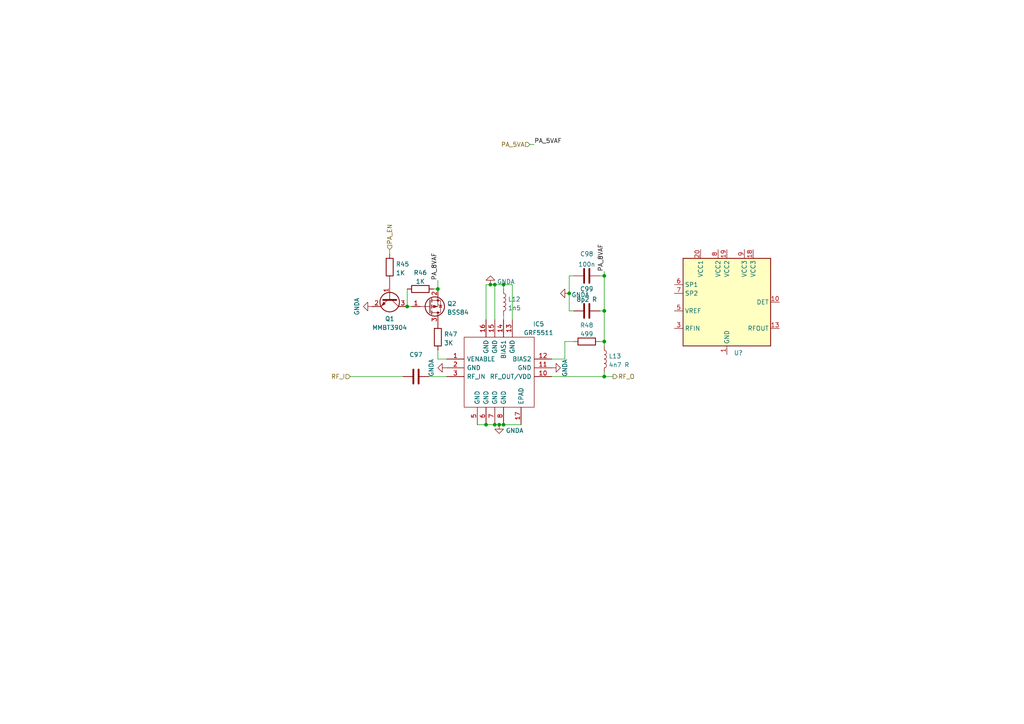
<source format=kicad_sch>
(kicad_sch (version 20211123) (generator eeschema)
  (paper "A4")
  (lib_symbols
    (symbol "Device:C" (pin_numbers hide) (pin_names (offset 0.254))
      (property "Reference" "C" (at 0.635 2.54 0))
      (property "Value" "C" (at 0.635 -2.54 0))
      (symbol "C_0_1"
        (polyline (pts (xy -2.032 -0.762) (xy 2.032 -0.762)) (stroke (width 0.508)))
        (polyline (pts (xy -2.032 0.762) (xy 2.032 0.762)) (stroke (width 0.508)))
      )
      (symbol "C_1_1"
        (pin passive line (at 0 3.81 270) (length 2.794) (name "~") (number "1"))
        (pin passive line (at 0 -3.81 90) (length 2.794) (name "~") (number "2"))
      )
    )
    (symbol "Device:L" (pin_numbers hide) (pin_names (offset 1.016) hide)
      (property "Reference" "L" (at -1.27 0 90))
      (property "Value" "L" (at 1.905 0 90))
      (symbol "L_0_1"
        (arc (start 0 -2.54) (mid 0.635 -1.905) (end 0 -1.27))
        (arc (start 0 -1.27) (mid 0.635 -0.635) (end 0 0))
        (arc (start 0 0) (mid 0.635 0.635) (end 0 1.27))
        (arc (start 0 1.27) (mid 0.635 1.905) (end 0 2.54))
      )
      (symbol "L_1_1"
        (pin passive line (at 0 3.81 270) (length 1.27) (name "1") (number "1"))
        (pin passive line (at 0 -3.81 90) (length 1.27) (name "2") (number "2"))
      )
    )
    (symbol "Device:R" (pin_numbers hide) (pin_names (offset 0))
      (property "Reference" "R" (at 2.032 0 90))
      (property "Value" "R" (at 0 0 90))
      (symbol "R_0_1"
        (rectangle (start -1.016 -2.54) (end 1.016 2.54) (stroke (width 0.254)))
      )
      (symbol "R_1_1"
        (pin passive line (at 0 3.81 270) (length 1.27) (name "~") (number "1"))
        (pin passive line (at 0 -3.81 90) (length 1.27) (name "~") (number "2"))
      )
    )
    (symbol "GRF5511:GRF5511" (pin_names (offset 0.762))
      (property "Reference" "IC" (at 41.91 17.78 0))
      (property "Value" "GRF5511" (at 41.91 15.24 0))
      (symbol "GRF5511_0_0"
        (pin passive line (at 0 0 0) (length 5.08) (name "VENABLE") (number "1"))
        (pin bidirectional line (at 30.48 -5.08 180) (length 5.08) (name "RF_OUT/VDD") (number "10"))
        (pin power_in line (at 30.48 -2.54 180) (length 5.08) (name "GND") (number "11"))
        (pin passive line (at 30.48 0 180) (length 5.08) (name "BIAS2") (number "12"))
        (pin power_in line (at 19.05 11.43 270) (length 5.08) (name "GND") (number "13"))
        (pin passive line (at 16.51 11.43 270) (length 5.08) (name "BIAS1") (number "14"))
        (pin power_in line (at 13.97 11.43 270) (length 5.08) (name "GND") (number "15"))
        (pin power_in line (at 11.43 11.43 270) (length 5.08) (name "GND") (number "16"))
        (pin power_in line (at 21.59 -19.05 90) (length 5.08) (name "EPAD") (number "17"))
        (pin power_in line (at 0 -2.54 0) (length 5.08) (name "GND") (number "2"))
        (pin input line (at 0 -5.08 0) (length 5.08) (name "RF_IN") (number "3"))
        (pin passive line (at 0 -5.08 0) (length 5.08) hide (name "RF_IN") (number "4"))
        (pin power_in line (at 8.89 -19.05 90) (length 5.08) (name "GND") (number "5"))
        (pin power_in line (at 11.43 -19.05 90) (length 5.08) (name "GND") (number "6"))
        (pin power_in line (at 13.97 -19.05 90) (length 5.08) (name "GND") (number "7"))
        (pin power_in line (at 16.51 -19.05 90) (length 5.08) (name "GND") (number "8"))
        (pin passive line (at 30.48 -5.08 180) (length 5.08) hide (name "RF_OUT/VDD") (number "9"))
      )
      (symbol "GRF5511_0_1"
        (polyline (pts (xy 5.08 6.35) (xy 25.4 6.35) (xy 25.4 -13.97) (xy 5.08 -13.97) (xy 5.08 6.35)) (stroke (width 0.1524)))
      )
    )
    (symbol "RF:SE5004L"
      (property "Reference" "U" (at -11.43 13.97 0))
      (property "Value" "SE5004L" (at 12.7 13.97 0))
      (symbol "SE5004L_0_1"
        (rectangle (start -12.7 12.7) (end 12.7 -12.7) (stroke (width 0.254)) (fill (type background)))
      )
      (symbol "SE5004L_1_1"
        (pin power_in line (at 0 -15.24 90) (length 2.54) (name "GND") (number "1"))
        (pin output line (at 15.24 0 180) (length 2.54) (name "DET") (number "10"))
        (pin passive line (at 0 -15.24 90) (length 2.54) hide (name "GND") (number "11"))
        (pin passive line (at 0 -15.24 90) (length 2.54) hide (name "GND") (number "12"))
        (pin output line (at 15.24 -7.62 180) (length 2.54) (name "RFOUT") (number "13"))
        (pin passive line (at 0 -15.24 90) (length 2.54) hide (name "GND") (number "14"))
        (pin passive line (at 0 -15.24 90) (length 2.54) hide (name "GND") (number "15"))
        (pin passive line (at 0 -15.24 90) (length 2.54) hide (name "GND") (number "16"))
        (pin passive line (at 0 -15.24 90) (length 2.54) hide (name "GND") (number "17"))
        (pin power_in line (at 7.62 15.24 270) (length 2.54) (name "VCC3") (number "18"))
        (pin power_in line (at 0 15.24 270) (length 2.54) (name "VCC2") (number "19"))
        (pin passive line (at 0 -15.24 90) (length 2.54) hide (name "GND") (number "2"))
        (pin power_in line (at -7.62 15.24 270) (length 2.54) (name "VCC1") (number "20"))
        (pin passive line (at 0 -15.24 90) (length 2.54) hide (name "GND") (number "21"))
        (pin input line (at -15.24 -7.62 0) (length 2.54) (name "RFIN") (number "3"))
        (pin passive line (at 0 -15.24 90) (length 2.54) hide (name "GND") (number "4"))
        (pin input line (at -15.24 -2.54 0) (length 2.54) (name "VREF") (number "5"))
        (pin passive line (at -15.24 5.08 0) (length 2.54) (name "SP1") (number "6"))
        (pin passive line (at -15.24 2.54 0) (length 2.54) (name "SP2") (number "7"))
        (pin power_in line (at -2.54 15.24 270) (length 2.54) (name "VCC2") (number "8"))
        (pin power_in line (at 5.08 15.24 270) (length 2.54) (name "VCC3") (number "9"))
      )
    )
    (symbol "Transistor_BJT:MMBT3904" (pin_names (offset 0) hide)
      (property "Reference" "Q" (at 5.08 1.905 0))
      (property "Value" "MMBT3904" (at 5.08 0 0))
      (symbol "MMBT3904_0_1"
        (polyline (pts (xy 0.635 0.635) (xy 2.54 2.54)))
        (polyline (pts (xy 0.635 -0.635) (xy 2.54 -2.54) (xy 2.54 -2.54)))
        (polyline (pts (xy 0.635 1.905) (xy 0.635 -1.905) (xy 0.635 -1.905)) (stroke (width 0.508)))
        (polyline (pts (xy 1.27 -1.778) (xy 1.778 -1.27) (xy 2.286 -2.286) (xy 1.27 -1.778) (xy 1.27 -1.778)) (fill (type outline)))
        (circle (center 1.27 0) (radius 2.8194) (stroke (width 0.254)))
      )
      (symbol "MMBT3904_1_1"
        (pin input line (at -5.08 0 0) (length 5.715) (name "B") (number "1"))
        (pin passive line (at 2.54 -5.08 90) (length 2.54) (name "E") (number "2"))
        (pin passive line (at 2.54 5.08 270) (length 2.54) (name "C") (number "3"))
      )
    )
    (symbol "Transistor_FET:BSS84" (pin_names hide)
      (property "Reference" "Q" (at 5.08 1.905 0))
      (property "Value" "BSS84" (at 5.08 0 0))
      (symbol "BSS84_0_1"
        (polyline (pts (xy 0.254 0) (xy -2.54 0)))
        (polyline (pts (xy 0.254 1.905) (xy 0.254 -1.905)) (stroke (width 0.254)))
        (polyline (pts (xy 0.762 -1.27) (xy 0.762 -2.286)) (stroke (width 0.254)))
        (polyline (pts (xy 0.762 0.508) (xy 0.762 -0.508)) (stroke (width 0.254)))
        (polyline (pts (xy 0.762 2.286) (xy 0.762 1.27)) (stroke (width 0.254)))
        (polyline (pts (xy 2.54 2.54) (xy 2.54 1.778)))
        (polyline (pts (xy 2.54 -2.54) (xy 2.54 0) (xy 0.762 0)))
        (polyline (pts (xy 0.762 1.778) (xy 3.302 1.778) (xy 3.302 -1.778) (xy 0.762 -1.778)))
        (polyline (pts (xy 2.286 0) (xy 1.27 0.381) (xy 1.27 -0.381) (xy 2.286 0)) (fill (type outline)))
        (polyline (pts (xy 2.794 -0.508) (xy 2.921 -0.381) (xy 3.683 -0.381) (xy 3.81 -0.254)))
        (polyline (pts (xy 3.302 -0.381) (xy 2.921 0.254) (xy 3.683 0.254) (xy 3.302 -0.381)))
        (circle (center 1.651 0) (radius 2.794) (stroke (width 0.254)))
        (circle (center 2.54 -1.778) (radius 0.254) (fill (type outline)))
        (circle (center 2.54 1.778) (radius 0.254) (fill (type outline)))
      )
      (symbol "BSS84_1_1"
        (pin input line (at -5.08 0 0) (length 2.54) (name "G") (number "1"))
        (pin passive line (at 2.54 -5.08 90) (length 2.54) (name "S") (number "2"))
        (pin passive line (at 2.54 5.08 270) (length 2.54) (name "D") (number "3"))
      )
    )
    (symbol "power:GNDA" (power) (pin_names (offset 0))
      (property "Value" "GNDA" (at 0 -3.81 0))
      (symbol "GNDA_0_1"
        (polyline (pts (xy 0 0) (xy 0 -1.27) (xy 1.27 -1.27) (xy 0 -2.54) (xy -1.27 -1.27) (xy 0 -1.27)))
      )
      (symbol "GNDA_1_1"
        (pin power_in line (at 0 0 270) (length 0) hide (name "GNDA") (number "1"))
      )
    )
  )
  (junction (at 175.26 90.17))
  (junction (at 140.97 123.19))
  (junction (at 175.26 80.01))
  (junction (at 165.1 85.09))
  (junction (at 175.26 109.22))
  (junction (at 175.26 99.06))
  (junction (at 143.51 82.55))
  (junction (at 146.05 82.55))
  (junction (at 118.11 88.9))
  (junction (at 144.78 123.19))
  (junction (at 146.05 123.19))
  (junction (at 142.24 82.55))
  (junction (at 127 83.82))
  (junction (at 143.51 123.19))
  (wire (pts (xy 138.43 123.19) (xy 140.97 123.19)))
  (wire (pts (xy 166.37 80.01) (xy 165.1 80.01)))
  (wire (pts (xy 165.1 90.17) (xy 166.37 90.17)))
  (wire (pts (xy 146.05 91.44) (xy 146.05 92.71)))
  (wire (pts (xy 101.6 109.22) (xy 116.84 109.22)))
  (wire (pts (xy 143.51 123.19) (xy 144.78 123.19)))
  (wire (pts (xy 146.05 83.82) (xy 146.05 82.55)))
  (wire (pts (xy 165.1 80.01) (xy 165.1 85.09)))
  (wire (pts (xy 148.59 82.55) (xy 146.05 82.55)))
  (wire (pts (xy 143.51 82.55) (xy 143.51 92.71)))
  (wire (pts (xy 163.83 99.06) (xy 166.37 99.06)))
  (wire (pts (xy 173.99 99.06) (xy 175.26 99.06)))
  (wire (pts (xy 140.97 123.19) (xy 143.51 123.19)))
  (wire (pts (xy 125.73 83.82) (xy 127 83.82)))
  (wire (pts (xy 163.83 104.14) (xy 163.83 99.06)))
  (wire (pts (xy 175.26 99.06) (xy 175.26 100.33)))
  (wire (pts (xy 140.97 92.71) (xy 140.97 82.55)))
  (wire (pts (xy 175.26 80.01) (xy 175.26 90.17)))
  (wire (pts (xy 127 81.28) (xy 127 83.82)))
  (wire (pts (xy 140.97 82.55) (xy 142.24 82.55)))
  (wire (pts (xy 175.26 90.17) (xy 175.26 99.06)))
  (wire (pts (xy 146.05 82.55) (xy 143.51 82.55)))
  (wire (pts (xy 175.26 109.22) (xy 177.8 109.22)))
  (wire (pts (xy 118.11 88.9) (xy 119.38 88.9)))
  (wire (pts (xy 160.02 104.14) (xy 163.83 104.14)))
  (wire (pts (xy 165.1 85.09) (xy 165.1 90.17)))
  (wire (pts (xy 118.11 83.82) (xy 118.11 88.9)))
  (wire (pts (xy 113.03 72.39) (xy 113.03 73.66)))
  (wire (pts (xy 173.99 90.17) (xy 175.26 90.17)))
  (wire (pts (xy 127 101.6) (xy 127 104.14)))
  (wire (pts (xy 144.78 123.19) (xy 146.05 123.19)))
  (wire (pts (xy 146.05 123.19) (xy 151.13 123.19)))
  (wire (pts (xy 153.67 41.91) (xy 154.94 41.91)))
  (wire (pts (xy 175.26 109.22) (xy 175.26 107.95)))
  (wire (pts (xy 129.54 109.22) (xy 124.46 109.22)))
  (wire (pts (xy 160.02 109.22) (xy 175.26 109.22)))
  (wire (pts (xy 173.99 80.01) (xy 175.26 80.01)))
  (wire (pts (xy 142.24 82.55) (xy 143.51 82.55)))
  (wire (pts (xy 148.59 92.71) (xy 148.59 82.55)))
  (wire (pts (xy 175.26 78.74) (xy 175.26 80.01)))
  (wire (pts (xy 127 104.14) (xy 129.54 104.14)))
  (label "PA_8VAF" (at 175.26 78.74 90))
  (label "PA_5VAF" (at 154.94 41.91 0))
  (label "PA_8VAF" (at 127 81.28 90))
  (hierarchical_label "RF_O" (shape output) (at 177.8 109.22 0))
  (hierarchical_label "PA_5VA" (shape input) (at 153.67 41.91 180))
  (hierarchical_label "RF_I" (shape input) (at 101.6 109.22 180))
  (hierarchical_label "PA_EN" (shape input) (at 113.03 72.39 90))
  (symbol (lib_id "Device:L") (at 146.05 87.63 0) (unit 1)
    (property "Reference" "L12" (at 147.32 86.7953 0) (effects (justify left)))
    (property "Value" "1n5" (at 147.32 89.3322 0) (effects (justify left)))
    (property "Footprint" "Inductor_SMD:L_0603_1608Metric" (effects hide))
  )
  (symbol (lib_id "Device:C") (at 170.18 80.01 90) (unit 1)
    (property "Reference" "C98" (at 170.18 73.66 90))
    (property "Value" "100n" (at 170.18 76.6881 90))
    (property "Footprint" "Capacitor_SMD:C_0402_1005Metric" (effects hide))
  )
  (symbol (lib_id "Device:R") (at 113.03 77.47 180) (unit 1)
    (property "Reference" "R45" (at 114.808 76.6353 0) (effects (justify right)))
    (property "Value" "1K" (at 114.808 79.1722 0) (effects (justify right)))
    (property "Footprint" "Resistor_SMD:R_0402_1005Metric" (effects hide))
  )
  (symbol (lib_id "power:GNDA") (at 142.24 82.55 180) (unit 1)
    (property "Reference" "#PWR0177" (effects hide))
    (property "Value" "GNDA" (at 144.145 81.7138 0) (effects (justify right)))
  )
  (symbol (lib_id "GRF5511:GRF5511") (at 129.54 104.14 0) (unit 1)
    (property "Reference" "IC5" (at 156.21 93.9831 0))
    (property "Value" "GRF5511" (at 156.21 96.52 0))
    (property "Footprint" "Package_DFN_QFN:QFN-16-1EP_3x3mm_P0.5mm_EP1.75x1.75mm" (effects hide))
    (property "Datasheet" "https://componentsearchengine.com/Datasheets/1/GRF5511.pdf" (effects hide))
    (property "Description" "RF Amplifier .7-6GHz GaAs Gain 20.1dB" (effects hide))
    (property "Height" "0.9" (effects hide))
    (property "Mouser Part Number" "459-GRF5511" (effects hide))
    (property "Mouser Price/Stock" "https://www.mouser.com/Search/Refine.aspx?Keyword=459-GRF5511" (effects hide))
    (property "Manufacturer_Name" "Guerrilla RF" (effects hide))
    (property "Manufacturer_Part_Number" "GRF5511" (effects hide))
  )
  (symbol (lib_id "Device:C") (at 170.18 90.17 90) (unit 1)
    (property "Reference" "C99" (at 170.18 83.82 90))
    (property "Value" "8p2 R" (at 170.18 86.8481 90))
    (property "Footprint" "Capacitor_SMD:C_0402_1005Metric" (effects hide))
  )
  (symbol (lib_id "power:GNDA") (at 165.1 85.09 270) (unit 1)
    (property "Reference" "#PWR0178" (effects hide))
    (property "Value" "GNDA" (at 165.735 85.5238 90) (effects (justify left)))
  )
  (symbol (lib_id "power:GNDA") (at 160.02 106.68 90) (unit 1)
    (property "Reference" "#PWR0179" (effects hide))
    (property "Value" "GNDA" (at 163.83 104.14 0) (effects (justify right)))
  )
  (symbol (lib_id "Transistor_BJT:MMBT3904") (at 113.03 86.36 270) (unit 1)
    (property "Reference" "Q1" (at 113.03 92.4798 90))
    (property "Value" "MMBT3904" (at 113.03 95.0167 90))
    (property "Footprint" "Package_TO_SOT_SMD:SOT-23" (effects hide))
    (property "Datasheet" "https://www.onsemi.com/pub/Collateral/2N3903-D.PDF" (effects hide))
  )
  (symbol (lib_id "power:GNDA") (at 107.95 88.9 270) (unit 1)
    (property "Reference" "#PWR0183" (effects hide))
    (property "Value" "GNDA" (at 103.5066 88.9 0))
  )
  (symbol (lib_id "Device:C") (at 120.65 109.22 90) (unit 1)
    (property "Reference" "C97" (at 120.65 102.87 90))
  )
  (symbol (lib_id "Device:L") (at 175.26 104.14 0) (unit 1)
    (property "Reference" "L13" (at 176.53 103.3053 0) (effects (justify left)))
    (property "Value" "4n7 R" (at 176.53 105.8422 0) (effects (justify left)))
    (property "Footprint" "Inductor_SMD:L_0402_1005Metric" (effects hide))
  )
  (symbol (lib_id "Device:R") (at 121.92 83.82 270) (unit 1)
    (property "Reference" "R46" (at 121.92 79.1042 90))
    (property "Value" "1K" (at 121.92 81.6411 90))
    (property "Footprint" "Resistor_SMD:R_0402_1005Metric" (effects hide))
  )
  (symbol (lib_id "Transistor_FET:BSS84") (at 124.46 88.9 0) (mirror x) (unit 1)
    (property "Reference" "Q2" (at 129.667 88.0653 0) (effects (justify left)))
    (property "Value" "BSS84" (at 129.667 90.6022 0) (effects (justify left)))
    (property "Footprint" "Package_TO_SOT_SMD:SOT-23" (effects hide))
    (property "Datasheet" "http://assets.nexperia.com/documents/data-sheet/BSS84.pdf" (effects hide))
  )
  (symbol (lib_id "Device:R") (at 170.18 99.06 90) (unit 1)
    (property "Reference" "R48" (at 170.18 94.3442 90))
    (property "Value" "499" (at 170.18 96.8811 90))
    (property "Footprint" "Resistor_SMD:R_0402_1005Metric" (effects hide))
  )
  (symbol (lib_id "Device:R") (at 127 97.79 180) (unit 1)
    (property "Reference" "R47" (at 128.778 96.9553 0) (effects (justify right)))
    (property "Value" "3K" (at 128.778 99.4922 0) (effects (justify right)))
    (property "Footprint" "Resistor_SMD:R_0402_1005Metric" (effects hide))
  )
  (symbol (lib_id "RF:SE5004L") (at 210.82 87.63 0) (unit 1)
    (property "Reference" "U?" (at 212.8394 102.3604 0) (effects (justify left)))
    (property "Datasheet" "https://www.skyworksinc.com/-/media/SkyWorks/Documents/Products/601-700/SE5004L_202393B.pdf" (effects hide))
  )
  (symbol (lib_id "power:GNDA") (at 144.78 123.19 0) (unit 1)
    (property "Reference" "#PWR0176" (effects hide))
    (property "Value" "GNDA" (at 146.685 124.8938 0) (effects (justify left)))
  )
  (symbol (lib_id "power:GNDA") (at 129.54 106.68 270) (unit 1)
    (property "Reference" "#PWR0175" (effects hide))
    (property "Value" "GNDA" (at 125.0966 106.68 0))
  )
)
</source>
